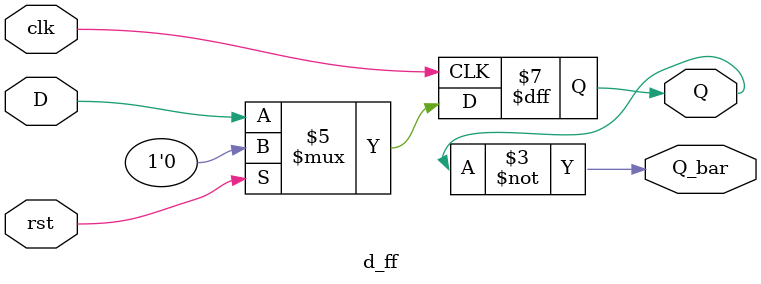
<source format=v>
module jk_using_d(clk,rst,J,K,Q,Q_bar);
  input clk, rst,J,K;
  output Q,Q_bar;
  wire w1;
  
  assign w1 = (~K & Q) | (J & ~Q);
  
  d_ff DF(clk,rst, w1,Q,Q_bar);
  
endmodule

module d_ff(clk,rst,D,Q,Q_bar);
input clk,rst, D;
output reg Q;
output Q_bar;
always @(posedge clk) begin
if(!rst)
  Q <= D;
else
  Q <= 1'b0;
end
assign Q_bar = ~Q;
endmodule
</source>
